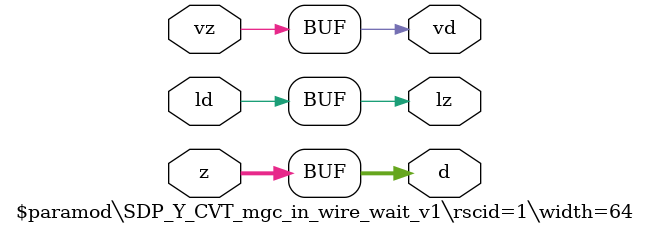
<source format=v>
module \$paramod\SDP_Y_CVT_mgc_in_wire_wait_v1\rscid=1\width=64 (ld, vd, d, lz, vz, z);
  (* src = "./vmod/nvdla/sdp/NV_NVDLA_SDP_CORE_Y_cvt.v:14" *)
  output [63:0] d;
  (* src = "./vmod/nvdla/sdp/NV_NVDLA_SDP_CORE_Y_cvt.v:12" *)
  input ld;
  (* src = "./vmod/nvdla/sdp/NV_NVDLA_SDP_CORE_Y_cvt.v:15" *)
  output lz;
  (* src = "./vmod/nvdla/sdp/NV_NVDLA_SDP_CORE_Y_cvt.v:13" *)
  output vd;
  (* src = "./vmod/nvdla/sdp/NV_NVDLA_SDP_CORE_Y_cvt.v:16" *)
  input vz;
  (* src = "./vmod/nvdla/sdp/NV_NVDLA_SDP_CORE_Y_cvt.v:17" *)
  input [63:0] z;
  assign d = z;
  assign lz = ld;
  assign vd = vz;
endmodule

</source>
